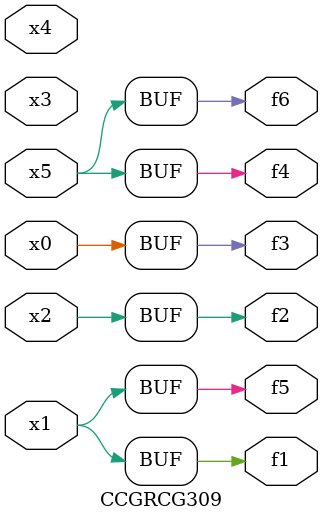
<source format=v>
module CCGRCG309(
	input x0, x1, x2, x3, x4, x5,
	output f1, f2, f3, f4, f5, f6
);
	assign f1 = x1;
	assign f2 = x2;
	assign f3 = x0;
	assign f4 = x5;
	assign f5 = x1;
	assign f6 = x5;
endmodule

</source>
